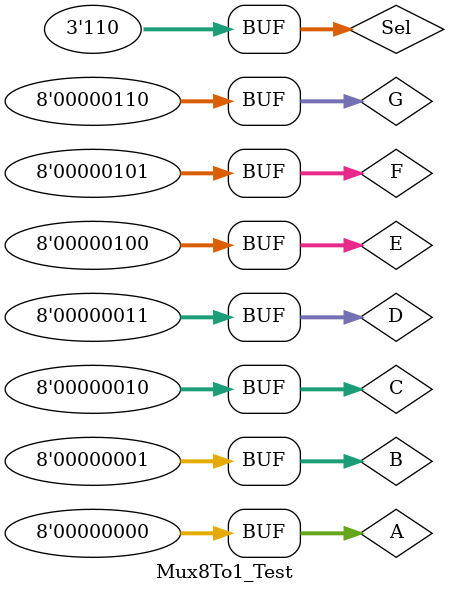
<source format=v>
`timescale 1ns / 1ps


module Mux8To1_Test;

	// Inputs
	reg [7:0] A;
	reg [7:0] B;
	reg [7:0] C;
	reg [7:0] D;
	reg [7:0] E;
	reg [7:0] F;
	reg [7:0] G;
	reg [2:0] Sel;

	// Outputs
	wire [7:0] Y;

	// Instantiate the Unit Under Test (UUT)
	Mux8To1 uut (
		.A(A), 
		.B(B), 
		.C(C), 
		.D(D), 
		.E(E), 
		.F(F), 
		.G(G), 
		.Sel(Sel), 
		.Y(Y)
	);

	initial begin
		// Initialize Inputs
		A = 0;
		B = 1;
		C = 2;
		D = 3;
		E = 4;
		F = 5;
		G = 6;
		Sel = 0;

		// Wait 100 ns for global reset to finish
		#100;
        
		// Add stimulus here
		Sel = 1;
		#100;
		Sel = 2;
		#100;
		Sel = 3;
		#100;
		Sel = 4;
		#100;
		Sel = 5;
		#100;
		Sel = 6;
		#100;
		
	end
      
endmodule


</source>
